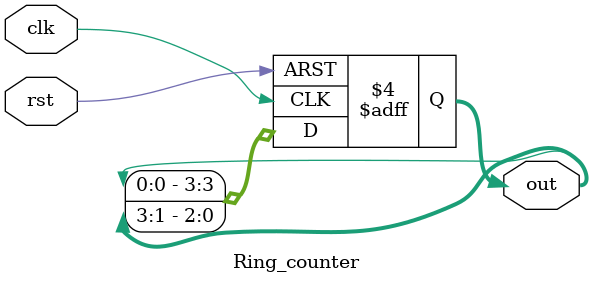
<source format=v>
`timescale 1ns / 1ps


module Ring_counter(clk,rst,out);
input clk;
input rst;
output reg [3:0] out;
//right shift ring counter
always @(posedge clk or posedge rst)
    begin
        if(rst==1'b1)
        out =4'b1000;
        else if(clk==1'b1)
        out={out[0],out[3:1]};
    end
endmodule

</source>
